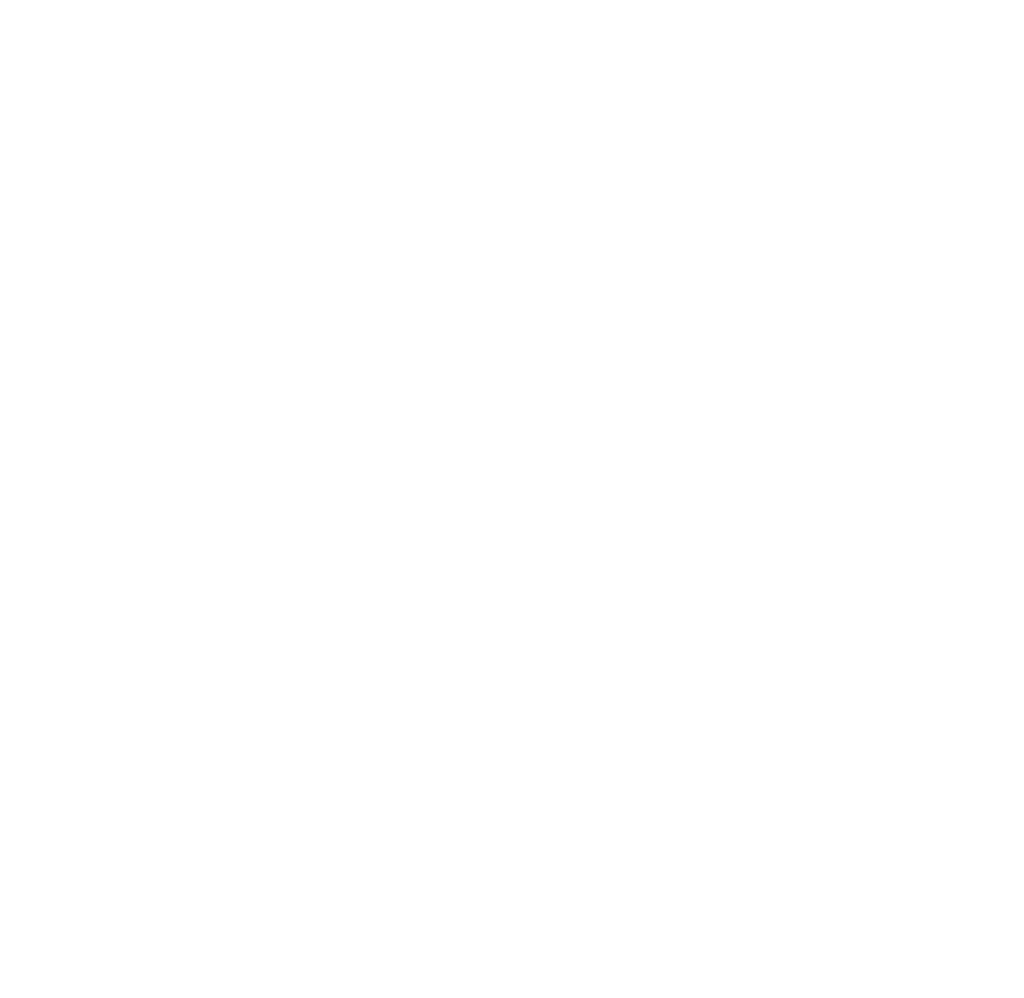
<source format=kicad_pcb>
(kicad_pcb (version 20171130) (host pcbnew "(5.0.1)-4")

  (general
    (thickness 1.6)
    (drawings 75)
    (tracks 0)
    (zones 0)
    (modules 0)
    (nets 1)
  )

  (page A4)
  (layers
    (0 F.Cu signal)
    (31 B.Cu signal)
    (32 B.Adhes user)
    (33 F.Adhes user)
    (34 B.Paste user)
    (35 F.Paste user)
    (36 B.SilkS user)
    (37 F.SilkS user)
    (38 B.Mask user)
    (39 F.Mask user)
    (40 Dwgs.User user)
    (41 Cmts.User user)
    (42 Eco1.User user)
    (43 Eco2.User user)
    (44 Edge.Cuts user)
    (45 Margin user)
    (46 B.CrtYd user)
    (47 F.CrtYd user)
    (48 B.Fab user)
    (49 F.Fab user)
  )

  (setup
    (last_trace_width 0.25)
    (trace_clearance 0.2)
    (zone_clearance 0.508)
    (zone_45_only no)
    (trace_min 0.2)
    (segment_width 0.3)
    (edge_width 0.2)
    (via_size 0.8)
    (via_drill 0.4)
    (via_min_size 0.4)
    (via_min_drill 0.3)
    (uvia_size 0.3)
    (uvia_drill 0.1)
    (uvias_allowed no)
    (uvia_min_size 0.2)
    (uvia_min_drill 0.1)
    (pcb_text_width 0.3)
    (pcb_text_size 1.5 1.5)
    (mod_edge_width 0.15)
    (mod_text_size 1 1)
    (mod_text_width 0.15)
    (pad_size 1.524 1.524)
    (pad_drill 0.762)
    (pad_to_mask_clearance 0.051)
    (solder_mask_min_width 0.25)
    (aux_axis_origin 0 0)
    (visible_elements 7FFFFFFF)
    (pcbplotparams
      (layerselection 0x010fc_ffffffff)
      (usegerberextensions false)
      (usegerberattributes false)
      (usegerberadvancedattributes false)
      (creategerberjobfile false)
      (excludeedgelayer true)
      (linewidth 0.100000)
      (plotframeref false)
      (viasonmask false)
      (mode 1)
      (useauxorigin false)
      (hpglpennumber 1)
      (hpglpenspeed 20)
      (hpglpendiameter 15.000000)
      (psnegative false)
      (psa4output false)
      (plotreference true)
      (plotvalue true)
      (plotinvisibletext false)
      (padsonsilk false)
      (subtractmaskfromsilk false)
      (outputformat 1)
      (mirror false)
      (drillshape 1)
      (scaleselection 1)
      (outputdirectory ""))
  )

  (net 0 "")

  (net_class Default "This is the default net class."
    (clearance 0.2)
    (trace_width 0.25)
    (via_dia 0.8)
    (via_drill 0.4)
    (uvia_dia 0.3)
    (uvia_drill 0.1)
  )

  (gr_circle (center 125.8 113.2) (end 127.4 113.2) (layer Eco2.User) (width 0.2) (tstamp 5DDE72D1))
  (gr_circle (center 6.2 113.2) (end 7.8 113.2) (layer Eco2.User) (width 0.2) (tstamp 5DDE72CB))
  (gr_circle (center 72 69.3) (end 73.6 69.3) (layer Eco2.User) (width 0.2) (tstamp 5DDE72C6))
  (gr_circle (center 67 69.3) (end 68.6 69.3) (layer Eco2.User) (width 0.2) (tstamp 5DDE72C0))
  (gr_circle (center 33.1 63.3) (end 34.7 63.3) (layer Eco2.User) (width 0.2) (tstamp 5DDE72BA))
  (gr_circle (center 98.9 63.3) (end 100.5 63.3) (layer Eco2.User) (width 0.2) (tstamp 5DDE72B3))
  (gr_circle (center 85 44.5) (end 86.6 44.5) (layer Eco2.User) (width 0.2) (tstamp 5DDE72AE))
  (gr_circle (center 47.1 44.5) (end 48.7 44.5) (layer Eco2.User) (width 0.2) (tstamp 5DDE72A7))
  (gr_circle (center 17.3 83.4) (end 20.55 83.4) (layer Eco2.User) (width 0.2) (tstamp 5D7AFDEF))
  (gr_line (start 43.65 39.7) (end 88.35 39.7) (layer Eco2.User) (width 0.2) (tstamp 5D7ACF45))
  (gr_line (start 43.65 13.3) (end 88.35 13.3) (layer Eco2.User) (width 0.2) (tstamp 5D7ACF1D))
  (gr_circle (center 7.5 125.5) (end 9.096879 125.5) (layer Eco2.User) (width 0.2) (tstamp 5D7A9EAE))
  (gr_circle (center 124.3 125.5) (end 125.896879 125.5) (layer Eco2.User) (width 0.2) (tstamp 5D7A9EAC))
  (gr_circle (center 124.3 3) (end 125.896879 3) (layer Eco2.User) (width 0.2) (tstamp 5D7A9EA1))
  (gr_circle (center 7.503121 3) (end 9.1 3) (layer Eco2.User) (width 0.2))
  (gr_circle (center 125.8 113.2) (end 127.4 113.2) (layer Eco2.User) (width 0.2) (tstamp 5D7A9C3E))
  (gr_circle (center 6.2 113.2) (end 7.8 113.2) (layer Eco2.User) (width 0.2) (tstamp 5D7A9BB4))
  (gr_circle (center 114.85 100.45) (end 118.1 100.45) (layer Eco2.User) (width 0.2) (tstamp 5D7A9B79))
  (gr_circle (center 114.85 113.35) (end 118.1 113.35) (layer Eco2.User) (width 0.2) (tstamp 5D7A9B78))
  (gr_circle (center 114.85 83.35) (end 118.1 83.35) (layer Eco2.User) (width 0.2) (tstamp 5D7A9B77))
  (gr_circle (center 100.85 100.45) (end 104.1 100.45) (layer Eco2.User) (width 0.2) (tstamp 5D7A9B5C))
  (gr_circle (center 100.85 113.35) (end 104.1 113.35) (layer Eco2.User) (width 0.2) (tstamp 5D7A9B5B))
  (gr_circle (center 100.85 83.35) (end 104.1 83.35) (layer Eco2.User) (width 0.2) (tstamp 5D7A9B5A))
  (gr_circle (center 87.05 100.45) (end 90.3 100.45) (layer Eco2.User) (width 0.2) (tstamp 5D7A9B3D))
  (gr_circle (center 87.05 113.35) (end 90.3 113.35) (layer Eco2.User) (width 0.2) (tstamp 5D7A9B3C))
  (gr_circle (center 87.05 83.35) (end 90.3 83.35) (layer Eco2.User) (width 0.2) (tstamp 5D7A9B3B))
  (gr_circle (center 73.15 100.45) (end 76.4 100.45) (layer Eco2.User) (width 0.2) (tstamp 5D7A9B26))
  (gr_circle (center 73.15 113.35) (end 76.4 113.35) (layer Eco2.User) (width 0.2) (tstamp 5D7A9B25))
  (gr_circle (center 73.15 83.35) (end 76.4 83.35) (layer Eco2.User) (width 0.2) (tstamp 5D7A9B24))
  (gr_circle (center 59.15 100.45) (end 62.4 100.45) (layer Eco2.User) (width 0.2) (tstamp 5D7A9B07))
  (gr_circle (center 59.15 113.35) (end 62.4 113.35) (layer Eco2.User) (width 0.2) (tstamp 5D7A9B06))
  (gr_circle (center 59.15 83.35) (end 62.4 83.35) (layer Eco2.User) (width 0.2) (tstamp 5D7A9B05))
  (gr_circle (center 45.15 100.45) (end 48.4 100.45) (layer Eco2.User) (width 0.2) (tstamp 5D7A9AF3))
  (gr_circle (center 45.15 113.35) (end 48.4 113.35) (layer Eco2.User) (width 0.2) (tstamp 5D7A9AF2))
  (gr_circle (center 45.15 83.35) (end 48.4 83.35) (layer Eco2.User) (width 0.2) (tstamp 5D7A9AF1))
  (gr_circle (center 31.15 100.45) (end 34.4 100.45) (layer Eco2.User) (width 0.2) (tstamp 5D7A9AC9))
  (gr_circle (center 31.15 113.35) (end 34.4 113.35) (layer Eco2.User) (width 0.2) (tstamp 5D7A9AC8))
  (gr_circle (center 31.15 83.35) (end 34.4 83.35) (layer Eco2.User) (width 0.2) (tstamp 5D7A9AC7))
  (gr_circle (center 17.35 113.35) (end 20.6 113.35) (layer Eco2.User) (width 0.2) (tstamp 5D7A9A84))
  (gr_circle (center 17.35 100.45) (end 20.6 100.45) (layer Eco2.User) (width 0.2) (tstamp 5D7A9A38))
  (gr_circle (center 72 69.3) (end 73.6 69.3) (layer Eco2.User) (width 0.2) (tstamp 5D7A8CF5))
  (gr_circle (center 67 69.3) (end 68.6 69.3) (layer Eco2.User) (width 0.2) (tstamp 5D7A8CD9))
  (gr_circle (center 61.2 69.3) (end 64.05 69.3) (layer Eco2.User) (width 0.2) (tstamp 5D7A8CAB))
  (gr_circle (center 112.95 66.35) (end 117.5 66.35) (layer Eco2.User) (width 0.2) (tstamp 5D7A8BAB))
  (gr_circle (center 98.9 63.3) (end 100.5 63.3) (layer Eco2.User) (width 0.2) (tstamp 5D7A8BAA))
  (gr_circle (center 98.95 69.4) (end 101.8 69.4) (layer Eco2.User) (width 0.2) (tstamp 5D7A8BA9))
  (gr_circle (center 85 66.35) (end 89.55 66.35) (layer Eco2.User) (width 0.2) (tstamp 5D7A8BA8))
  (gr_circle (center 47.1 66.3) (end 51.65 66.3) (layer Eco2.User) (width 0.2) (tstamp 5D7A8B90))
  (gr_circle (center 33.1 63.3) (end 34.7 63.3) (layer Eco2.User) (width 0.2) (tstamp 5D7A8B3C))
  (gr_circle (center 33.15 69.25) (end 36 69.25) (layer Eco2.User) (width 0.2) (tstamp 5D7A8B3B))
  (gr_circle (center 19.2 66.3) (end 23.75 66.3) (layer Eco2.User) (width 0.2) (tstamp 5D7A8B3A))
  (gr_circle (center 85 44.5) (end 86.6 44.5) (layer Eco2.User) (width 0.2) (tstamp 5D7A8AE8))
  (gr_circle (center 85.05 50.45) (end 87.9 50.45) (layer Eco2.User) (width 0.2) (tstamp 5D7A8AE7))
  (gr_circle (center 66.2 51.55) (end 70.75 51.55) (layer Eco2.User) (width 0.2) (tstamp 5D7A8A91))
  (gr_circle (center 99.05 48.05) (end 103.6 48.05) (layer Eco2.User) (width 0.2) (tstamp 5D7A8A46))
  (gr_circle (center 47.1 44.5) (end 48.7 44.5) (layer Eco2.User) (width 0.2) (tstamp 5D7A899B))
  (gr_circle (center 47.15 50.45) (end 50 50.45) (layer Eco2.User) (width 0.2) (tstamp 5D7A8957))
  (gr_circle (center 33.2 48) (end 37.75 48) (layer Eco2.User) (width 0.2) (tstamp 5D7A88EF))
  (gr_circle (center 102 26.7) (end 106.55 26.7) (layer Eco2.User) (width 0.2))
  (gr_circle (center 113.9 13.15) (end 111.05 13.15) (layer Eco2.User) (width 0.2) (tstamp 5D7A7D96))
  (gr_circle (center 115.85 22.1) (end 113 22.1) (layer Eco2.User) (width 0.2) (tstamp 5D7A7D95))
  (gr_circle (center 115.85 31.05) (end 113 31.05) (layer Eco2.User) (width 0.2) (tstamp 5D7A7D94))
  (gr_circle (center 113.85 39.95) (end 111 39.95) (layer Eco2.User) (width 0.2) (tstamp 5D7A7D93))
  (gr_circle (center 30.1 26.3) (end 33.7 26.3) (layer Eco2.User) (width 0.2))
  (gr_circle (center 30.2 15.6) (end 31.8 15.6) (layer Eco2.User) (width 0.2))
  (gr_circle (center 18.2 39.95) (end 21.05 39.95) (layer Eco2.User) (width 0.2) (tstamp 5D7A7C5B))
  (gr_circle (center 16.25 31) (end 19.1 31) (layer Eco2.User) (width 0.2) (tstamp 5D7A7C24))
  (gr_circle (center 16.25 22.05) (end 19.1 22.05) (layer Eco2.User) (width 0.2) (tstamp 5D7A7BDA))
  (gr_circle (center 18.25 13.05) (end 21.1 13.05) (layer Eco2.User) (width 0.2))
  (gr_line (start 88.35 39.7) (end 88.35 13.3) (layer Eco2.User) (width 0.2) (tstamp 5D7A7A94))
  (gr_line (start 43.65 13.3) (end 43.65 39.7) (layer Eco2.User) (width 0.2))
  (gr_line (start 0 128.5) (end 0 0) (layer Eco2.User) (width 0.2))
  (gr_line (start 131.8 128.5) (end 0 128.5) (layer Eco2.User) (width 0.2))
  (gr_line (start 131.8 0) (end 131.8 128.5) (layer Eco2.User) (width 0.2))
  (gr_line (start 0 0) (end 131.8 0) (layer Eco2.User) (width 0.2))

)

</source>
